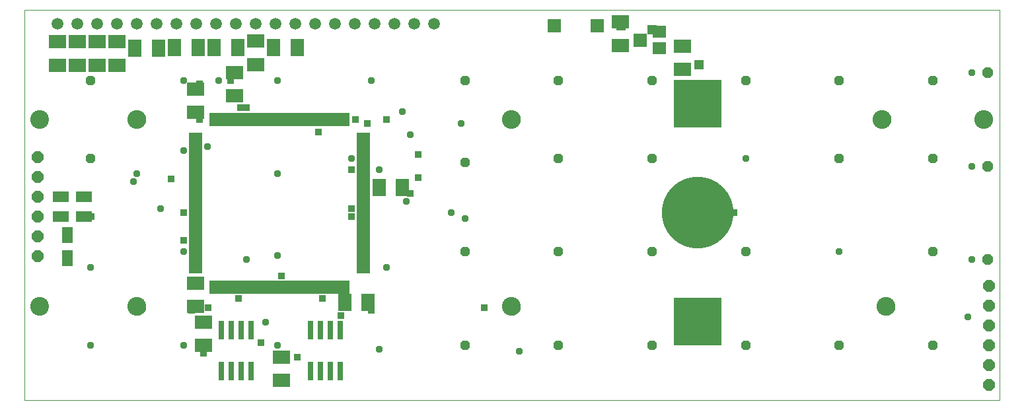
<source format=gbs>
G75*
G70*
%OFA0B0*%
%FSLAX24Y24*%
%IPPOS*%
%LPD*%
%AMOC8*
5,1,8,0,0,1.08239X$1,22.5*
%
%ADD10C,0.0000*%
%ADD11C,0.0946*%
%ADD12R,0.0671X0.0867*%
%ADD13R,0.0867X0.0671*%
%ADD14R,0.0316X0.0946*%
%ADD15R,0.0186X0.0671*%
%ADD16R,0.0671X0.0186*%
%ADD17R,0.0671X0.0710*%
%ADD18R,0.0671X0.0592*%
%ADD19OC8,0.0600*%
%ADD20R,0.0789X0.0552*%
%ADD21R,0.0552X0.0789*%
%ADD22R,0.2442X0.2442*%
%ADD23C,0.3623*%
%ADD24C,0.0595*%
%ADD25R,0.0358X0.0358*%
%ADD26R,0.0476X0.0476*%
%ADD27R,0.0671X0.0671*%
%ADD28OC8,0.0476*%
%ADD29OC8,0.0358*%
%ADD30OC8,0.0555*%
D10*
X001762Y001671D02*
X001762Y021392D01*
X050959Y021392D01*
X050959Y001671D01*
X001762Y001671D01*
X002093Y006408D02*
X002095Y006450D01*
X002101Y006491D01*
X002111Y006532D01*
X002125Y006571D01*
X002143Y006609D01*
X002164Y006645D01*
X002188Y006679D01*
X002216Y006710D01*
X002247Y006739D01*
X002280Y006764D01*
X002316Y006786D01*
X002353Y006805D01*
X002392Y006820D01*
X002433Y006831D01*
X002474Y006838D01*
X002516Y006841D01*
X002557Y006840D01*
X002599Y006835D01*
X002640Y006826D01*
X002680Y006813D01*
X002718Y006796D01*
X002754Y006776D01*
X002789Y006752D01*
X002821Y006725D01*
X002850Y006695D01*
X002876Y006663D01*
X002899Y006628D01*
X002919Y006590D01*
X002934Y006552D01*
X002946Y006512D01*
X002954Y006471D01*
X002958Y006429D01*
X002958Y006387D01*
X002954Y006345D01*
X002946Y006304D01*
X002934Y006264D01*
X002919Y006226D01*
X002899Y006188D01*
X002876Y006153D01*
X002850Y006121D01*
X002821Y006091D01*
X002789Y006064D01*
X002754Y006040D01*
X002718Y006020D01*
X002680Y006003D01*
X002640Y005990D01*
X002599Y005981D01*
X002557Y005976D01*
X002516Y005975D01*
X002474Y005978D01*
X002433Y005985D01*
X002392Y005996D01*
X002353Y006011D01*
X002316Y006030D01*
X002280Y006052D01*
X002247Y006077D01*
X002216Y006106D01*
X002188Y006137D01*
X002164Y006171D01*
X002143Y006207D01*
X002125Y006245D01*
X002111Y006284D01*
X002101Y006325D01*
X002095Y006366D01*
X002093Y006408D01*
X007014Y006408D02*
X007016Y006450D01*
X007022Y006491D01*
X007032Y006532D01*
X007046Y006571D01*
X007064Y006609D01*
X007085Y006645D01*
X007109Y006679D01*
X007137Y006710D01*
X007168Y006739D01*
X007201Y006764D01*
X007237Y006786D01*
X007274Y006805D01*
X007313Y006820D01*
X007354Y006831D01*
X007395Y006838D01*
X007437Y006841D01*
X007478Y006840D01*
X007520Y006835D01*
X007561Y006826D01*
X007601Y006813D01*
X007639Y006796D01*
X007675Y006776D01*
X007710Y006752D01*
X007742Y006725D01*
X007771Y006695D01*
X007797Y006663D01*
X007820Y006628D01*
X007840Y006590D01*
X007855Y006552D01*
X007867Y006512D01*
X007875Y006471D01*
X007879Y006429D01*
X007879Y006387D01*
X007875Y006345D01*
X007867Y006304D01*
X007855Y006264D01*
X007840Y006226D01*
X007820Y006188D01*
X007797Y006153D01*
X007771Y006121D01*
X007742Y006091D01*
X007710Y006064D01*
X007675Y006040D01*
X007639Y006020D01*
X007601Y006003D01*
X007561Y005990D01*
X007520Y005981D01*
X007478Y005976D01*
X007437Y005975D01*
X007395Y005978D01*
X007354Y005985D01*
X007313Y005996D01*
X007274Y006011D01*
X007237Y006030D01*
X007201Y006052D01*
X007168Y006077D01*
X007137Y006106D01*
X007109Y006137D01*
X007085Y006171D01*
X007064Y006207D01*
X007046Y006245D01*
X007032Y006284D01*
X007022Y006325D01*
X007016Y006366D01*
X007014Y006408D01*
X025912Y006408D02*
X025914Y006450D01*
X025920Y006491D01*
X025930Y006532D01*
X025944Y006571D01*
X025962Y006609D01*
X025983Y006645D01*
X026007Y006679D01*
X026035Y006710D01*
X026066Y006739D01*
X026099Y006764D01*
X026135Y006786D01*
X026172Y006805D01*
X026211Y006820D01*
X026252Y006831D01*
X026293Y006838D01*
X026335Y006841D01*
X026376Y006840D01*
X026418Y006835D01*
X026459Y006826D01*
X026499Y006813D01*
X026537Y006796D01*
X026573Y006776D01*
X026608Y006752D01*
X026640Y006725D01*
X026669Y006695D01*
X026695Y006663D01*
X026718Y006628D01*
X026738Y006590D01*
X026753Y006552D01*
X026765Y006512D01*
X026773Y006471D01*
X026777Y006429D01*
X026777Y006387D01*
X026773Y006345D01*
X026765Y006304D01*
X026753Y006264D01*
X026738Y006226D01*
X026718Y006188D01*
X026695Y006153D01*
X026669Y006121D01*
X026640Y006091D01*
X026608Y006064D01*
X026573Y006040D01*
X026537Y006020D01*
X026499Y006003D01*
X026459Y005990D01*
X026418Y005981D01*
X026376Y005976D01*
X026335Y005975D01*
X026293Y005978D01*
X026252Y005985D01*
X026211Y005996D01*
X026172Y006011D01*
X026135Y006030D01*
X026099Y006052D01*
X026066Y006077D01*
X026035Y006106D01*
X026007Y006137D01*
X025983Y006171D01*
X025962Y006207D01*
X025944Y006245D01*
X025930Y006284D01*
X025920Y006325D01*
X025914Y006366D01*
X025912Y006408D01*
X044809Y006408D02*
X044811Y006450D01*
X044817Y006491D01*
X044827Y006532D01*
X044841Y006571D01*
X044859Y006609D01*
X044880Y006645D01*
X044904Y006679D01*
X044932Y006710D01*
X044963Y006739D01*
X044996Y006764D01*
X045032Y006786D01*
X045069Y006805D01*
X045108Y006820D01*
X045149Y006831D01*
X045190Y006838D01*
X045232Y006841D01*
X045273Y006840D01*
X045315Y006835D01*
X045356Y006826D01*
X045396Y006813D01*
X045434Y006796D01*
X045470Y006776D01*
X045505Y006752D01*
X045537Y006725D01*
X045566Y006695D01*
X045592Y006663D01*
X045615Y006628D01*
X045635Y006590D01*
X045650Y006552D01*
X045662Y006512D01*
X045670Y006471D01*
X045674Y006429D01*
X045674Y006387D01*
X045670Y006345D01*
X045662Y006304D01*
X045650Y006264D01*
X045635Y006226D01*
X045615Y006188D01*
X045592Y006153D01*
X045566Y006121D01*
X045537Y006091D01*
X045505Y006064D01*
X045470Y006040D01*
X045434Y006020D01*
X045396Y006003D01*
X045356Y005990D01*
X045315Y005981D01*
X045273Y005976D01*
X045232Y005975D01*
X045190Y005978D01*
X045149Y005985D01*
X045108Y005996D01*
X045069Y006011D01*
X045032Y006030D01*
X044996Y006052D01*
X044963Y006077D01*
X044932Y006106D01*
X044904Y006137D01*
X044880Y006171D01*
X044859Y006207D01*
X044841Y006245D01*
X044827Y006284D01*
X044817Y006325D01*
X044811Y006366D01*
X044809Y006408D01*
X044612Y015856D02*
X044614Y015898D01*
X044620Y015939D01*
X044630Y015980D01*
X044644Y016019D01*
X044662Y016057D01*
X044683Y016093D01*
X044707Y016127D01*
X044735Y016158D01*
X044766Y016187D01*
X044799Y016212D01*
X044835Y016234D01*
X044872Y016253D01*
X044911Y016268D01*
X044952Y016279D01*
X044993Y016286D01*
X045035Y016289D01*
X045076Y016288D01*
X045118Y016283D01*
X045159Y016274D01*
X045199Y016261D01*
X045237Y016244D01*
X045273Y016224D01*
X045308Y016200D01*
X045340Y016173D01*
X045369Y016143D01*
X045395Y016111D01*
X045418Y016076D01*
X045438Y016038D01*
X045453Y016000D01*
X045465Y015960D01*
X045473Y015919D01*
X045477Y015877D01*
X045477Y015835D01*
X045473Y015793D01*
X045465Y015752D01*
X045453Y015712D01*
X045438Y015674D01*
X045418Y015636D01*
X045395Y015601D01*
X045369Y015569D01*
X045340Y015539D01*
X045308Y015512D01*
X045273Y015488D01*
X045237Y015468D01*
X045199Y015451D01*
X045159Y015438D01*
X045118Y015429D01*
X045076Y015424D01*
X045035Y015423D01*
X044993Y015426D01*
X044952Y015433D01*
X044911Y015444D01*
X044872Y015459D01*
X044835Y015478D01*
X044799Y015500D01*
X044766Y015525D01*
X044735Y015554D01*
X044707Y015585D01*
X044683Y015619D01*
X044662Y015655D01*
X044644Y015693D01*
X044630Y015732D01*
X044620Y015773D01*
X044614Y015814D01*
X044612Y015856D01*
X049730Y015856D02*
X049732Y015898D01*
X049738Y015939D01*
X049748Y015980D01*
X049762Y016019D01*
X049780Y016057D01*
X049801Y016093D01*
X049825Y016127D01*
X049853Y016158D01*
X049884Y016187D01*
X049917Y016212D01*
X049953Y016234D01*
X049990Y016253D01*
X050029Y016268D01*
X050070Y016279D01*
X050111Y016286D01*
X050153Y016289D01*
X050194Y016288D01*
X050236Y016283D01*
X050277Y016274D01*
X050317Y016261D01*
X050355Y016244D01*
X050391Y016224D01*
X050426Y016200D01*
X050458Y016173D01*
X050487Y016143D01*
X050513Y016111D01*
X050536Y016076D01*
X050556Y016038D01*
X050571Y016000D01*
X050583Y015960D01*
X050591Y015919D01*
X050595Y015877D01*
X050595Y015835D01*
X050591Y015793D01*
X050583Y015752D01*
X050571Y015712D01*
X050556Y015674D01*
X050536Y015636D01*
X050513Y015601D01*
X050487Y015569D01*
X050458Y015539D01*
X050426Y015512D01*
X050391Y015488D01*
X050355Y015468D01*
X050317Y015451D01*
X050277Y015438D01*
X050236Y015429D01*
X050194Y015424D01*
X050153Y015423D01*
X050111Y015426D01*
X050070Y015433D01*
X050029Y015444D01*
X049990Y015459D01*
X049953Y015478D01*
X049917Y015500D01*
X049884Y015525D01*
X049853Y015554D01*
X049825Y015585D01*
X049801Y015619D01*
X049780Y015655D01*
X049762Y015693D01*
X049748Y015732D01*
X049738Y015773D01*
X049732Y015814D01*
X049730Y015856D01*
X025912Y015856D02*
X025914Y015898D01*
X025920Y015939D01*
X025930Y015980D01*
X025944Y016019D01*
X025962Y016057D01*
X025983Y016093D01*
X026007Y016127D01*
X026035Y016158D01*
X026066Y016187D01*
X026099Y016212D01*
X026135Y016234D01*
X026172Y016253D01*
X026211Y016268D01*
X026252Y016279D01*
X026293Y016286D01*
X026335Y016289D01*
X026376Y016288D01*
X026418Y016283D01*
X026459Y016274D01*
X026499Y016261D01*
X026537Y016244D01*
X026573Y016224D01*
X026608Y016200D01*
X026640Y016173D01*
X026669Y016143D01*
X026695Y016111D01*
X026718Y016076D01*
X026738Y016038D01*
X026753Y016000D01*
X026765Y015960D01*
X026773Y015919D01*
X026777Y015877D01*
X026777Y015835D01*
X026773Y015793D01*
X026765Y015752D01*
X026753Y015712D01*
X026738Y015674D01*
X026718Y015636D01*
X026695Y015601D01*
X026669Y015569D01*
X026640Y015539D01*
X026608Y015512D01*
X026573Y015488D01*
X026537Y015468D01*
X026499Y015451D01*
X026459Y015438D01*
X026418Y015429D01*
X026376Y015424D01*
X026335Y015423D01*
X026293Y015426D01*
X026252Y015433D01*
X026211Y015444D01*
X026172Y015459D01*
X026135Y015478D01*
X026099Y015500D01*
X026066Y015525D01*
X026035Y015554D01*
X026007Y015585D01*
X025983Y015619D01*
X025962Y015655D01*
X025944Y015693D01*
X025930Y015732D01*
X025920Y015773D01*
X025914Y015814D01*
X025912Y015856D01*
X007014Y015856D02*
X007016Y015898D01*
X007022Y015939D01*
X007032Y015980D01*
X007046Y016019D01*
X007064Y016057D01*
X007085Y016093D01*
X007109Y016127D01*
X007137Y016158D01*
X007168Y016187D01*
X007201Y016212D01*
X007237Y016234D01*
X007274Y016253D01*
X007313Y016268D01*
X007354Y016279D01*
X007395Y016286D01*
X007437Y016289D01*
X007478Y016288D01*
X007520Y016283D01*
X007561Y016274D01*
X007601Y016261D01*
X007639Y016244D01*
X007675Y016224D01*
X007710Y016200D01*
X007742Y016173D01*
X007771Y016143D01*
X007797Y016111D01*
X007820Y016076D01*
X007840Y016038D01*
X007855Y016000D01*
X007867Y015960D01*
X007875Y015919D01*
X007879Y015877D01*
X007879Y015835D01*
X007875Y015793D01*
X007867Y015752D01*
X007855Y015712D01*
X007840Y015674D01*
X007820Y015636D01*
X007797Y015601D01*
X007771Y015569D01*
X007742Y015539D01*
X007710Y015512D01*
X007675Y015488D01*
X007639Y015468D01*
X007601Y015451D01*
X007561Y015438D01*
X007520Y015429D01*
X007478Y015424D01*
X007437Y015423D01*
X007395Y015426D01*
X007354Y015433D01*
X007313Y015444D01*
X007274Y015459D01*
X007237Y015478D01*
X007201Y015500D01*
X007168Y015525D01*
X007137Y015554D01*
X007109Y015585D01*
X007085Y015619D01*
X007064Y015655D01*
X007046Y015693D01*
X007032Y015732D01*
X007022Y015773D01*
X007016Y015814D01*
X007014Y015856D01*
X002093Y015856D02*
X002095Y015898D01*
X002101Y015939D01*
X002111Y015980D01*
X002125Y016019D01*
X002143Y016057D01*
X002164Y016093D01*
X002188Y016127D01*
X002216Y016158D01*
X002247Y016187D01*
X002280Y016212D01*
X002316Y016234D01*
X002353Y016253D01*
X002392Y016268D01*
X002433Y016279D01*
X002474Y016286D01*
X002516Y016289D01*
X002557Y016288D01*
X002599Y016283D01*
X002640Y016274D01*
X002680Y016261D01*
X002718Y016244D01*
X002754Y016224D01*
X002789Y016200D01*
X002821Y016173D01*
X002850Y016143D01*
X002876Y016111D01*
X002899Y016076D01*
X002919Y016038D01*
X002934Y016000D01*
X002946Y015960D01*
X002954Y015919D01*
X002958Y015877D01*
X002958Y015835D01*
X002954Y015793D01*
X002946Y015752D01*
X002934Y015712D01*
X002919Y015674D01*
X002899Y015636D01*
X002876Y015601D01*
X002850Y015569D01*
X002821Y015539D01*
X002789Y015512D01*
X002754Y015488D01*
X002718Y015468D01*
X002680Y015451D01*
X002640Y015438D01*
X002599Y015429D01*
X002557Y015424D01*
X002516Y015423D01*
X002474Y015426D01*
X002433Y015433D01*
X002392Y015444D01*
X002353Y015459D01*
X002316Y015478D01*
X002280Y015500D01*
X002247Y015525D01*
X002216Y015554D01*
X002188Y015585D01*
X002164Y015619D01*
X002143Y015655D01*
X002125Y015693D01*
X002111Y015732D01*
X002101Y015773D01*
X002095Y015814D01*
X002093Y015856D01*
D11*
X002526Y015856D03*
X007447Y015856D03*
X026345Y015856D03*
X045045Y015856D03*
X050163Y015856D03*
X045242Y006408D03*
X026345Y006408D03*
X007447Y006408D03*
X002526Y006408D03*
D12*
X017929Y006604D03*
X019110Y006604D03*
X019652Y012411D03*
X020833Y012411D03*
X015526Y019465D03*
X014345Y019465D03*
X012526Y019465D03*
X011345Y019465D03*
X010526Y019465D03*
X009345Y019465D03*
X008526Y019433D03*
X007345Y019433D03*
D13*
X006435Y019774D03*
X005435Y019774D03*
X004435Y019774D03*
X003435Y019774D03*
X003435Y018593D03*
X004435Y018593D03*
X005435Y018593D03*
X006435Y018593D03*
X010400Y017382D03*
X012368Y017037D03*
X010400Y016201D03*
X012368Y018219D03*
X013435Y018624D03*
X013435Y019805D03*
X031833Y019583D03*
X031833Y020764D03*
X034961Y019551D03*
X034961Y018370D03*
X010400Y007589D03*
X010400Y006408D03*
X010793Y005620D03*
X010793Y004439D03*
X014730Y003849D03*
X014730Y002667D03*
D14*
X016185Y003160D03*
X016685Y003160D03*
X017185Y003160D03*
X017685Y003160D03*
X017685Y005207D03*
X017185Y005207D03*
X016685Y005207D03*
X016185Y005207D03*
X013185Y005207D03*
X012685Y005207D03*
X012185Y005207D03*
X011685Y005207D03*
X011685Y003160D03*
X012185Y003160D03*
X012685Y003160D03*
X013185Y003160D03*
D15*
X013156Y007392D03*
X013352Y007392D03*
X013549Y007392D03*
X013746Y007392D03*
X013943Y007392D03*
X014140Y007392D03*
X014337Y007392D03*
X014534Y007392D03*
X014730Y007392D03*
X014927Y007392D03*
X015124Y007392D03*
X015321Y007392D03*
X015518Y007392D03*
X015715Y007392D03*
X015911Y007392D03*
X016108Y007392D03*
X016305Y007392D03*
X016502Y007392D03*
X016699Y007392D03*
X016896Y007392D03*
X017093Y007392D03*
X017289Y007392D03*
X017486Y007392D03*
X017683Y007392D03*
X017880Y007392D03*
X018077Y007392D03*
X012959Y007392D03*
X012762Y007392D03*
X012565Y007392D03*
X012368Y007392D03*
X012171Y007392D03*
X011974Y007392D03*
X011778Y007392D03*
X011581Y007392D03*
X011384Y007392D03*
X011187Y007392D03*
X011187Y015856D03*
X011384Y015856D03*
X011581Y015856D03*
X011778Y015856D03*
X011974Y015856D03*
X012171Y015856D03*
X012368Y015856D03*
X012565Y015856D03*
X012762Y015856D03*
X012959Y015856D03*
X013156Y015856D03*
X013352Y015856D03*
X013549Y015856D03*
X013746Y015856D03*
X013943Y015856D03*
X014140Y015856D03*
X014337Y015856D03*
X014534Y015856D03*
X014730Y015856D03*
X014927Y015856D03*
X015124Y015856D03*
X015321Y015856D03*
X015518Y015856D03*
X015715Y015856D03*
X015911Y015856D03*
X016108Y015856D03*
X016305Y015856D03*
X016502Y015856D03*
X016699Y015856D03*
X016896Y015856D03*
X017093Y015856D03*
X017289Y015856D03*
X017486Y015856D03*
X017683Y015856D03*
X017880Y015856D03*
X018077Y015856D03*
D16*
X018864Y015069D03*
X018864Y014872D03*
X018864Y014675D03*
X018864Y014478D03*
X018864Y014282D03*
X018864Y014085D03*
X018864Y013888D03*
X018864Y013691D03*
X018864Y013494D03*
X018864Y013297D03*
X018864Y013100D03*
X018864Y012904D03*
X018864Y012707D03*
X018864Y012510D03*
X018864Y012313D03*
X018864Y012116D03*
X018864Y011919D03*
X018864Y011723D03*
X018864Y011526D03*
X018864Y011329D03*
X018864Y011132D03*
X018864Y010935D03*
X018864Y010738D03*
X018864Y010541D03*
X018864Y010345D03*
X018864Y010148D03*
X018864Y009951D03*
X018864Y009754D03*
X018864Y009557D03*
X018864Y009360D03*
X018864Y009163D03*
X018864Y008967D03*
X018864Y008770D03*
X018864Y008573D03*
X018864Y008376D03*
X018864Y008179D03*
X010400Y008179D03*
X010400Y008376D03*
X010400Y008573D03*
X010400Y008770D03*
X010400Y008967D03*
X010400Y009163D03*
X010400Y009360D03*
X010400Y009557D03*
X010400Y009754D03*
X010400Y009951D03*
X010400Y010148D03*
X010400Y010345D03*
X010400Y010541D03*
X010400Y010738D03*
X010400Y010935D03*
X010400Y011132D03*
X010400Y011329D03*
X010400Y011526D03*
X010400Y011723D03*
X010400Y011919D03*
X010400Y012116D03*
X010400Y012313D03*
X010400Y012510D03*
X010400Y012707D03*
X010400Y012904D03*
X010400Y013100D03*
X010400Y013297D03*
X010400Y013494D03*
X010400Y013691D03*
X010400Y013888D03*
X010400Y014085D03*
X010400Y014282D03*
X010400Y014478D03*
X010400Y014675D03*
X010400Y014872D03*
X010400Y015069D03*
D17*
X032817Y019852D03*
D18*
X033801Y019439D03*
X033801Y020266D03*
D19*
X050435Y007433D03*
X050435Y006433D03*
X050435Y005433D03*
X050435Y004433D03*
X050435Y003433D03*
X050435Y002433D03*
X002435Y008933D03*
X002435Y009933D03*
X002435Y010933D03*
X002435Y011933D03*
X002435Y012933D03*
X002435Y013933D03*
D20*
X003595Y011933D03*
X004775Y011933D03*
X004775Y010933D03*
X003595Y010933D03*
D21*
X003935Y010023D03*
X003935Y008843D03*
D22*
X035723Y005652D03*
X035723Y016652D03*
D23*
X035723Y011152D03*
D24*
X022435Y020683D03*
X021435Y020683D03*
X020435Y020683D03*
X019435Y020683D03*
X018435Y020683D03*
X017435Y020683D03*
X016435Y020683D03*
X015435Y020683D03*
X014435Y020683D03*
X013435Y020683D03*
X012435Y020683D03*
X011435Y020683D03*
X010435Y020683D03*
X009435Y020683D03*
X008435Y020683D03*
X007435Y020683D03*
X006435Y020683D03*
X005435Y020683D03*
X004435Y020683D03*
X003435Y020683D03*
D25*
X010597Y017628D03*
X012171Y017825D03*
X012663Y016447D03*
X012959Y016447D03*
X010597Y015856D03*
X016600Y015217D03*
X018471Y015856D03*
X019061Y015660D03*
X020045Y015856D03*
X021620Y014085D03*
X021620Y012904D03*
X021226Y012116D03*
X018274Y011329D03*
X018274Y010935D03*
X018274Y013297D03*
X009809Y011132D03*
X009809Y009754D03*
X005136Y010933D03*
X009169Y012854D03*
X014730Y007933D03*
X016797Y006801D03*
X017738Y005933D03*
X019258Y006211D03*
X015518Y003849D03*
X013685Y004585D03*
X010793Y004045D03*
X010203Y006211D03*
X011039Y006358D03*
X012565Y006801D03*
X024967Y006358D03*
X037565Y011132D03*
D26*
X035793Y018612D03*
X033431Y020384D03*
X031856Y020581D03*
D27*
X030675Y020581D03*
X028510Y020581D03*
D28*
X028707Y017825D03*
X033431Y017825D03*
X038156Y017825D03*
X042880Y017825D03*
X047604Y017825D03*
X047604Y013888D03*
X042880Y013888D03*
X033431Y013888D03*
X028707Y013888D03*
X023982Y013691D03*
X023982Y017825D03*
X005085Y017825D03*
X005085Y013888D03*
X023982Y009163D03*
X028707Y009163D03*
X033431Y009163D03*
X038156Y009163D03*
X047604Y009163D03*
X047604Y004439D03*
X042880Y004439D03*
X038156Y004439D03*
X033431Y004439D03*
X028707Y004439D03*
X023982Y004439D03*
D29*
X026738Y004144D03*
X019652Y004242D03*
X014534Y004439D03*
X013943Y005620D03*
X009809Y004439D03*
X005085Y004439D03*
X005085Y008376D03*
X009809Y009163D03*
X012959Y008770D03*
X014534Y008967D03*
X020045Y008376D03*
X023982Y010837D03*
X023293Y011132D03*
X021030Y011723D03*
X019652Y013297D03*
X018274Y013888D03*
X021226Y015069D03*
X023786Y015660D03*
X020833Y016250D03*
X019258Y017825D03*
X014534Y017825D03*
X011581Y017825D03*
X009809Y017825D03*
X010990Y014478D03*
X009809Y014282D03*
X007447Y013100D03*
X007250Y012707D03*
X008628Y011329D03*
X014534Y013100D03*
X038156Y013888D03*
X042880Y009163D03*
X049573Y008770D03*
X049376Y005886D03*
X049573Y013494D03*
X049573Y018219D03*
D30*
X050360Y018219D03*
X050360Y013494D03*
X050360Y008770D03*
M02*

</source>
